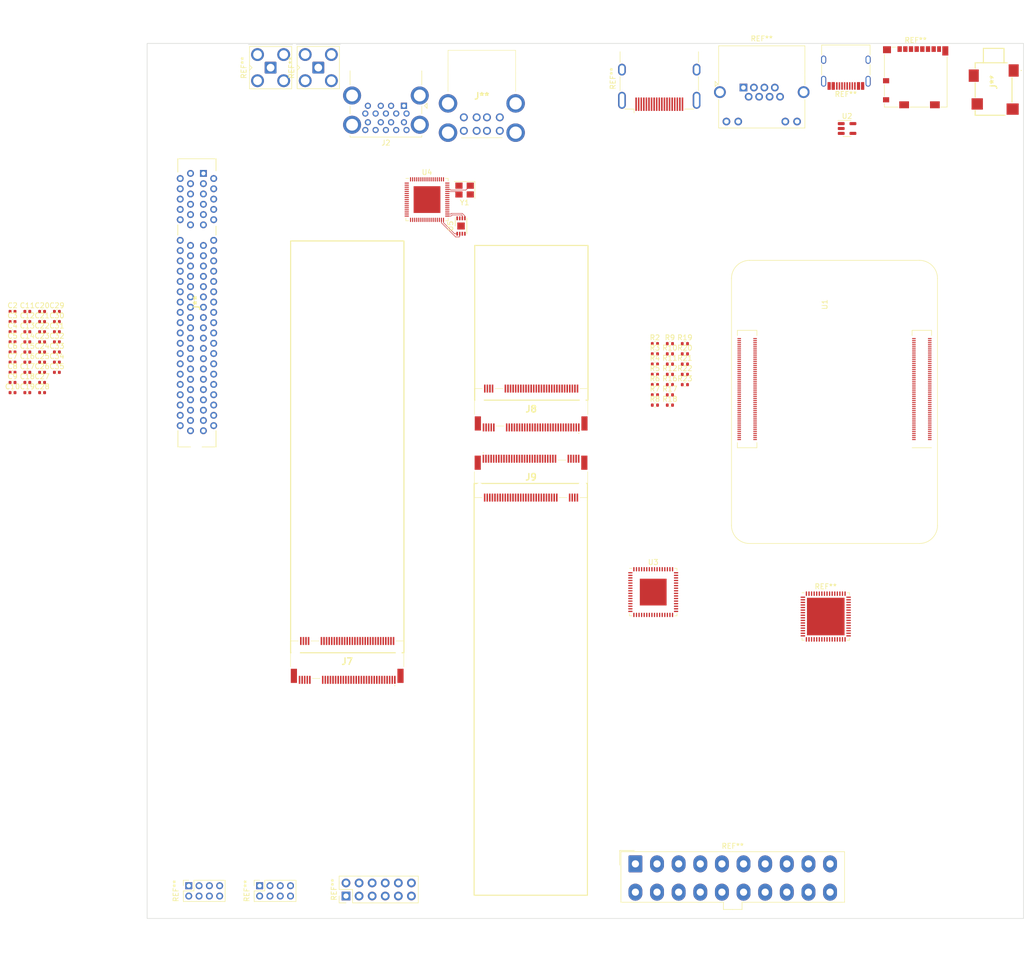
<source format=kicad_pcb>
(kicad_pcb (version 20221018) (generator pcbnew)
  (layers (0 "F.Cu" signal) (31 "B.Cu" signal) (34 "B.Paste" user) (35 "F.Paste" user) (36 "B.SilkS" user "B.Silkscreen") (37 "F.SilkS" user "F.Silkscreen") (38 "B.Mask" user) (39 "F.Mask" user) (44 "Edge.Cuts" user))
  (net 0 "")
  (net 1 "+1V2")
  (net 2 "GND")
  (net 3 "+3V3")
  (net 4 "/PCIe1_TX_P")
  (net 5 "Net-(U3-TXP_1)")
  (net 6 "/PCIe1_TX_N")
  (net 7 "Net-(U3-TXN_1)")
  (net 8 "/PCIe2_TX_P")
  (net 9 "Net-(U3-TXP_2)")
  (net 10 "/PCIe2_TX_N")
  (net 11 "Net-(U3-TXN_2)")
  (net 12 "/PCIe3_TX_P")
  (net 13 "Net-(U3-TXP_3)")
  (net 14 "/PCIe3_TX_N")
  (net 15 "Net-(U3-TXN_3)")
  (net 16 "/PCIe4_TX_P")
  (net 17 "Net-(U3-TXP_4)")
  (net 18 "/PCIe4_TX_N")
  (net 19 "Net-(U3-TXN_4)")
  (net 20 "/PCIe_IN_RX_P")
  (net 21 "Net-(U3-TXP_IN)")
  (net 22 "/PCIe_IN_RX_N")
  (net 23 "Net-(U3-TXN_IN)")
  (net 24 "/PCIe_CLK_REQ")
  (net 25 "/PCIe4_RX_N")
  (net 26 "Net-(U4-PE_TXP)")
  (net 27 "/PCIe4_RX_P")
  (net 28 "Net-(U4-PE_TXN)")
  (net 29 "Net-(U4-XO)")
  (net 30 "Net-(U4-XI)")
  (net 31 "+5V")
  (net 32 "/USB2_D1-")
  (net 33 "/USB2_D1+")
  (net 34 "/USB3_TX1-")
  (net 35 "/USB3_TX1+")
  (net 36 "/USB3_RX1-")
  (net 37 "/USB3_RX1+")
  (net 38 "/USB2_D2-")
  (net 39 "/USB2_D2+")
  (net 40 "/USB3_TX2-")
  (net 41 "/USB3_TX2+")
  (net 42 "/USB3_RX2-")
  (net 43 "/USB3_RX2+")
  (net 44 "Net-(J7-GND-Pad1)")
  (net 49 "/PCIe1_LED")
  (net 71 "/PCIe1_RX_N")
  (net 73 "/PCIe1_RX_P")
  (net 77 "/PCIe_RST_M2")
  (net 78 "Net-(J7-~{CLKREQ})")
  (net 79 "/PCIe1_CLK_N")
  (net 81 "/PCIe1_CLK_P")
  (net 87 "Net-(J8-GND-Pad1)")
  (net 90 "/PCIe2_LED")
  (net 111 "/PCIe2_RX_P")
  (net 113 "/PCIe2_RX_N")
  (net 116 "/PCIe2_CLK_P")
  (net 118 "/PCIe2_CLK_N")
  (net 120 "Net-(J8-~{CLKREQ0})")
  (net 130 "Net-(J9-GND-Pad1)")
  (net 135 "/PCIe3_LED")
  (net 157 "/PCIe3_RX_N")
  (net 159 "/PCIe3_RX_P")
  (net 163 "Net-(J9-~{CLKREQ})")
  (net 164 "/PCIe3_CLK_N")
  (net 166 "/PCIe3_CLK_P")
  (net 172 "Net-(U3-GPIO_4)")
  (net 173 "Net-(U3-GPIO_2)")
  (net 174 "Net-(U3-GPIO_1)")
  (net 175 "Net-(U3-GPIO_6)")
  (net 176 "Net-(U3-GPIO_5)")
  (net 177 "Net-(U3-TEST_EN)")
  (net 178 "Net-(U3-GPIO_7)")
  (net 179 "Net-(U3-GPIO_3)")
  (net 180 "Net-(U3-REXT1)")
  (net 181 "Net-(U3-GPIO_0)")
  (net 182 "Net-(U3-REXT2)")
  (net 183 "Net-(U4-SSREXT)")
  (net 184 "Net-(U4-~{USBHOC1})")
  (net 185 "Net-(U5-IO2)")
  (net 186 "/HDMI_SCL")
  (net 187 "/HDMI_SDA")
  (net 188 "Net-(U1B-GND-Pad108)")
  (net 189 "Net-(U1B-GND-Pad107)")
  (net 194 "/HDMI_CLK_N")
  (net 196 "/HDMI_CLK_P")
  (net 198 "/HDMI_D0_N")
  (net 200 "/HDMI_D0_P")
  (net 202 "/HDMI_D1_N")
  (net 204 "/HDMI_D1_P")
  (net 206 "/HDMI_D2_N")
  (net 208 "/HDMI_D2_P")
  (net 219 "/HDMI_HOTPLUG")
  (net 221 "/HDMI_CEC")
  (net 240 "/PCIe_IN_TX_N")
  (net 242 "/PCIe_IN_TX_P")
  (net 246 "/PCIe_IN_CLK_N")
  (net 248 "/PCIe_IN_CLK_P")
  (net 254 "/PCIe_IN_CLK_nREQ")
  (net 278 "/SD_DAT2")
  (net 280 "/SD_DAT1")
  (net 282 "/SD_DAT0")
  (net 283 "/SD_CMD")
  (net 284 "/SD_DAT3")
  (net 286 "/SD_CLK")
  (net 329 "/SD_VDD")
  (net 331 "Net-(U2-~{EN})")
  (net 332 "/PCIe_RST")
  (net 335 "/PCIe4_CLK_P")
  (net 336 "/PCIe4_CLK_N")
  (net 337 "/USB3_TX3+")
  (net 338 "/USB_TX3-")
  (net 339 "+1V1")
  (net 340 "/USB3_RX3+")
  (net 341 "/USB3_RX3-")
  (net 342 "/USB2_D3+")
  (net 343 "/USB2_D3-")
  (net 344 "/USB3_TX4+")
  (net 345 "/USB3_TX4-")
  (net 346 "/USB3_RX4+")
  (net 347 "/USB3_RX4-")
  (net 348 "/USB2_D4+")
  (net 349 "/USB2_D4-")
  (net 350 "Net-(U4-SPI_DO)")
  (net 351 "Net-(U4-SPI_CS)")
  (net 352 "Net-(U4-SPI_CLK)")
  (net 353 "Net-(U4-SPI_DI)")
  (footprint "Capacitor_SMD:C_0402_1005Metric" (layer "F.Cu") (at 100.74 119.64)
    (fp_text reference "C22")
    (fp_text value "100nF")
  )
  (footprint "Capacitor_SMD:C_0402_1005Metric" (layer "F.Cu") (at 103.61 123.58)
    (fp_text reference "C33")
    (fp_text value "18pF")
  )
  (footprint "Resistor_SMD:R_0402_1005Metric" (layer "F.Cu") (at 219.73 127.92)
    (fp_text reference "R5")
    (fp_text value "1K")
  )
  (footprint "Resistor_SMD:R_0402_1005Metric" (layer "F.Cu") (at 219.73 133.89)
    (fp_text reference "R8")
    (fp_text value "10K")
  )
  (footprint "Resistor_SMD:R_0402_1005Metric" (layer "F.Cu") (at 225.55 125.93)
    (fp_text reference "R21")
    (fp_text value "6.04K")
  )
  (footprint "Capacitor_SMD:C_0402_1005Metric" (layer "F.Cu") (at 97.87 115.7)
    (fp_text reference "C11")
    (fp_text value "100nF")
  )
  (footprint "pcie:1001878310102TLF" (layer "F.Cu") (at 132.06 88.87 -90)
    (fp_text reference "J**")
    (fp_text value "1001878310102TLF" hide)
  )
  (footprint "Resistor_SMD:R_0402_1005Metric" (layer "F.Cu") (at 225.55 129.91)
    (fp_text reference "R23")
    (fp_text value "10K")
  )
  (footprint "Connector_Molex:Molex_Mini-Fit_Jr_5566-20A_2x10_P4.20mm_Vertical" (layer "F.Cu") (at 215.94 223.01)
    (fp_text reference "REF**")
    (fp_text value "Molex_Mini-Fit_Jr_5566-20A_2x10_P4.20mm_Vertical")
  )
  (footprint "m.2_m:MDT275M02001" (layer "F.Cu") (at 195.7 132.95 180)
    (fp_text reference "J8")
    (fp_text value "Bus_M.2_Socket_ECHANGEFOOTPRINT" hide)
  )
  (footprint "Package_DFN_QFN:DFN-8-1EP_3x2mm_P0.5mm_EP1.36x1.46mm" (layer "F.Cu") (at 182.085 99.095 90)
    (fp_text reference "U5")
    (fp_text value "W25Q32JVZP")
  )
  (footprint "m.2_m:MDT275M02001" (layer "F.Cu") (at 195.675 149.575)
    (fp_text reference "J9")
    (fp_text value "Bus_M.2_Socket_M" hide)
  )
  (footprint "Capacitor_SMD:C_0402_1005Metric" (layer "F.Cu") (at 100.74 115.7)
    (fp_text reference "C20")
    (fp_text value "100nF")
  )
  (footprint "Connector_Card:microSD_HC_Molex_104031-0811" (layer "F.Cu") (at 270.36 70.17)
    (fp_text reference "REF**")
    (fp_text value "microSD_HC_Molex_104031-0811")
  )
  (footprint "Capacitor_SMD:C_0402_1005Metric" (layer "F.Cu") (at 95 119.64)
    (fp_text reference "C4")
    (fp_text value "100nF")
  )
  (footprint "Resistor_SMD:R_0402_1005Metric" (layer "F.Cu") (at 222.64 125.93)
    (fp_text reference "R11")
    (fp_text value "10K")
  )
  (footprint "Capacitor_SMD:C_0402_1005Metric" (layer "F.Cu") (at 97.87 125.55)
    (fp_text reference "C16")
    (fp_text value "100nF")
  )
  (footprint "Capacitor_SMD:C_0402_1005Metric" (layer "F.Cu") (at 103.61 121.61)
    (fp_text reference "C32")
    (fp_text value "100nF")
  )
  (footprint "Package_DFN_QFN:QFN-64-1EP_9x9mm_P0.5mm_EP5.2x5.2mm" (layer "F.Cu") (at 219.4 170.21)
    (fp_text reference "U3")
    (fp_text value "ASM1184")
  )
  (footprint "Capacitor_SMD:C_0402_1005Metric" (layer "F.Cu") (at 97.87 127.52)
    (fp_text reference "C17")
    (fp_text value "100nF")
  )
  (footprint "Resistor_SMD:R_0402_1005Metric" (layer "F.Cu") (at 222.64 121.95)
    (fp_text reference "R9")
    (fp_text value "10K")
  )
  (footprint "Capacitor_SMD:C_0402_1005Metric" (layer "F.Cu") (at 95 117.67)
    (fp_text reference "C3")
    (fp_text value "100nF")
  )
  (footprint "Resistor_SMD:R_0402_1005Metric" (layer "F.Cu") (at 222.64 129.91)
    (fp_text reference "R16")
    (fp_text value "10K")
  )
  (footprint "Capacitor_SMD:C_0402_1005Metric" (layer "F.Cu") (at 95 121.61)
    (fp_text reference "C5")
    (fp_text value "100nF")
  )
  (footprint "Capacitor_SMD:C_0402_1005Metric" (layer "F.Cu") (at 103.61 115.7)
    (fp_text reference "C29")
    (fp_text value "100nF")
  )
  (footprint "Resistor_SMD:R_0402_1005Metric" (layer "F.Cu") (at 222.64 131.9)
    (fp_text reference "R17")
    (fp_text value "10K")
  )
  (footprint "Package_TO_SOT_SMD:TSOT-23-5" (layer "F.Cu") (at 257.0425 80.15)
    (fp_text reference "U2")
    (fp_text value "RT9742BNGJ5F")
  )
  (footprint "Capacitor_SMD:C_0402_1005Metric" (layer "F.Cu") (at 100.74 127.52)
    (fp_text reference "C26")
    (fp_text value "100nF")
  )
  (footprint "Resistor_SMD:R_0402_1005Metric" (layer "F.Cu") (at 219.73 125.93)
    (fp_text reference "R4")
    (fp_text value "10K")
  )
  (footprint "Crystal:Crystal_SMD_3225-4Pin_3.2x2.5mm" (layer "F.Cu") (at 182.78 92.11 180)
    (fp_text reference "Y1")
    (fp_text value "25Mhz")
  )
  (footprint "Connector_Coaxial:SMA_Amphenol_901-143_Horizontal" (layer "F.Cu") (at 145.11 68.33)
    (fp_text reference "REF**")
    (fp_text value "SMA_Amphenol_901-143_Horizontal")
    (fp_line (start 4.3 -4.5) (end -4.3 -4.5) (stroke (width 0.1)) (layer "Edge.Cuts"))
  )
  (footprint "Resistor_SMD:R_0402_1005Metric" (layer "F.Cu") (at 225.55 121.95)
    (fp_text reference "R19")
    (fp_text value "10K")
  )
  (footprint "Capacitor_SMD:C_0402_1005Metric" (layer "F.Cu") (at 100.74 129.49)
    (fp_text reference "C27")
    (fp_text value "100nF")
  )
  (footprint "Capacitor_SMD:C_0402_1005Metric" (layer "F.Cu") (at 100.74 131.46)
    (fp_text reference "C28")
    (fp_text value "100nF")
  )
  (footprint "RPi_Compute_Module_4:Raspberry-Pi-4-Compute-Module" (layer "F.Cu") (at 254.6 130.77 180)
    (fp_text reference "U1")
    (fp_text value "Compute_Module_4_Connectors")
  )
  (footprint "Resistor_SMD:R_0402_1005Metric" (layer "F.Cu") (at 225.55 123.94)
    (fp_text reference "R20")
    (fp_text value "4.7K")
  )
  (footprint "Capacitor_SMD:C_0402_1005Metric" (layer "F.Cu") (at 97.87 119.64)
    (fp_text reference "C13")
    (fp_text value "100nF")
  )
  (footprint "Resistor_SMD:R_0402_1005Metric" (layer "F.Cu") (at 222.64 133.89)
    (fp_text reference "R18")
    (fp_text value "DNP")
  )
  (footprint "Resistor_SMD:R_0402_1005Metric" (layer "F.Cu") (at 222.64 123.94)
    (fp_text reference "R10")
    (fp_text value "12.1K")
  )
  (footprint "Resistor_SMD:R_0402_1005Metric" (layer "F.Cu") (at 225.55 127.92)
    (fp_text reference "R22")
    (fp_text value "15K")
  )
  (footprint "Resistor_SMD:R_0402_1005Metric" (layer "F.Cu") (at 219.73 129.91)
    (fp_text reference "R6")
    (fp_text value "10K")
  )
  (footprint "Capacitor_SMD:C_0402_1005Metric" (layer "F.Cu") (at 100.74 123.58)
    (fp_text reference "C24")
    (fp_text value "100nF")
  )
  (footprint "Capacitor_SMD:C_0402_1005Metric" (layer "F.Cu") (at 103.61 119.64)
    (fp_text reference "C31")
    (fp_text value "100nF")
  )
  (footprint "Capacitor_SMD:C_0402_1005Metric" (layer "F.Cu") (at 95 131.46)
    (fp_text reference "C10")
    (fp_text value "100nF")
  )
  (footprint "Capacitor_SMD:C_0402_1005Metric" (layer "F.Cu") (at 97.87 117.67)
    (fp_text reference "C12")
    (fp_text value "100nF")
  )
  (footprint "Connector_USB:USB3_A_Molex_48406-0001_Horizontal_Stacked" (layer "F.Cu") (at 171.000001 75.74 180)
    (fp_text reference "J2")
    (fp_text value "USB3_A_Stacked")
  )
  (footprint "Package_DFN_QFN:QFN-64-1EP_9x9mm_P0.5mm_EP7.3x7.3mm" (layer "F.Cu") (at 252.9 174.96)
    (fp_text reference "REF**")
    (fp_text value "QFN-64-1EP_9x9mm_P0.5mm_EP7.3x7.3mm")
  )
  (footprint "2.5mmjack:SJ22524ASMTTR" (layer "F.Cu") (at 285.515 72.48 -90)
    (fp_text reference "J**")
    (fp_text value "SJ22524ASMTTR" hide)
  )
  (footprint "Resistor_SMD:R_0402_1005Metric" (layer "F.Cu") (at 219.73 123.94)
    (fp_text reference "R3")
    (fp_text value "1K")
  )
  (footprint "Capacitor_SMD:C_0402_1005Metric" (layer "F.Cu") (at 95 127.52)
    (fp_text reference "C8")
    (fp_text value "100nF")
  )
  (footprint "Capacitor_SMD:C_0402_1005Metric" (layer "F.Cu") (at 95 115.7)
    (fp_text reference "C2")
    (fp_text value "100nF")
  )
  (footprint "Capacitor_SMD:C_0402_1005Metric" (layer "F.Cu") (at 103.61 125.55)
    (fp_text reference "C34")
    (fp_text value "18pF")
  )
  (footprint "Capacitor_SMD:C_0402_1005Metric" (layer "F.Cu") (at 97.87 131.46)
    (fp_text reference "C19")
    (fp_text value "100nF")
  )
  (footprint "Capacitor_SMD:C_0402_1005Metric" (layer "F.Cu") (at 103.61 127.52)
    (fp_text reference "C35")
    (fp_text value "100nF")
  )
  (footprint "USB-A-double2.0:8964300890000000" (layer "F.Cu") (at 189.6105 80.599 180)
    (fp_text reference "J**")
    (fp_text value "8964300890000000" hide)
  )
  (footprint "Package_DFN_QFN:QFN-68-1EP_8x8mm_P0.4mm_EP5.2x5.2mm" (layer "F.Cu") (at 175.48 93.96)
    (fp_text reference "U4")
    (fp_text value "VL805")
  )
  (footprint "Capacitor_SMD:C_0402_1005Metric" (layer "F.Cu") (at 100.74 121.61)
    (fp_text reference "C23")
    (fp_text value "100nF")
  )
  (footprint "Capacitor_SMD:C_0402_1005Metric" (layer "F.Cu") (at 97.87 123.58)
    (fp_text reference "C15")
    (fp_text value "100nF")
  )
  (footprint "Connector_PinSocket_2.00mm:PinSocket_2x04_P2.00mm_Vertical" (layer "F.Cu") (at 129.22 227.26 90)
    (fp_text reference "REF**")
    (fp_text value "PinSocket_2x04_P2.00mm_Vertical")
  )
  (footprint "Capacitor_SMD:C_0402_1005Metric" (layer "F.Cu") (at 103.61 117.67)
    (fp_text reference "C30")
    (fp_text value "1uF")
  )
  (footprint "Resistor_SMD:R_0402_1005Metric" (layer "F.Cu") (at 222.64 127.92)
    (fp_text reference "R12")
    (fp_text value "12.1K")
  )
  (footprint "Connector_PinSocket_2.00mm:PinSocket_2x04_P2.00mm_Vertical" (layer "F.Cu") (at 142.98 227.26 90)
    (fp_text reference "REF**")
    (fp_text value "PinSocket_2x04_P2.00mm_Vertical")
  )
  (footprint "m.2_m:MDT275M02001" (layer "F.Cu") (at 159.98 181.985 180)
    (fp_text reference "J7")
    (fp_text value "Bus_M.2_Socket_M" hide)
  )
  (footprint "Connector_PinHeader_2.54mm:PinHeader_2x06_P2.54mm_Vertical" (layer "F.Cu") (at 159.75 229.26 90)
    (fp_text reference "REF**")
    (fp_text value "PinHeader_2x06_P2.54mm_Vertical")
  )
  (footprint "Resistor_SMD:R_0402_1005Metric" (layer "F.Cu") (at 219.73 131.9)
    (fp_text reference "R7")
    (fp_text value "1K")
  )
  (footprint "Connector_RJ:RJ45_Amphenol_RJHSE538X" (layer "F.Cu") (at 236.92 72.195)
    (fp_text reference "REF**")
    (fp_text value "RJ45_Amphenol_RJHSE538X")
  )
  (footprint "Capacitor_SMD:C_0402_1005Metric" (layer "F.Cu") (at 100.74 117.67)
    (fp_text reference "C21")
    (fp_text value "100nF")
  )
  (footprint "Connector_USB:USB_C_Receptacle_HRO_TYPE-C-31-M-12" (layer "F.Cu") (at 256.81 67.84 180)
    (fp_text reference "REF**")
    (fp_text value "USB_C_Receptacle_HRO_TYPE-C-31-M-12")
  )
  (footprint "Capacitor_SMD:C_0402_1005Metric" (layer "F.Cu") (at 97.87 129.49)
    (fp_text reference "C18")
    (fp_text value "100nF")
  )
  (footprint "Connector_HDMI:HDMI_A_Molex_208658-1001_Horizontal" (layer "F.Cu") (at 220.58 72.145 90)
    (fp_text reference "REF**")
    (fp_text value "HDMI_A_Molex_208658-1001_Horizontal")
  )
  (footprint "Resistor_SMD:R_0402_1005Metric" (layer "F.Cu") (at 219.73 121.95)
    (fp_text reference "R2")
    (fp_text value "1K")
  )
  (footprint "Capacitor_SMD:C_0402_1005Metric" (layer "F.Cu") (at 95 129.49)
    (fp_text reference "C9")
    (fp_text value "100nF")
  )
  (footprint "Connector_Coaxial:SMA_Amphenol_901-143_Horizontal" (layer "F.Cu") (at 154.37 68.32)
    (fp_text reference "REF**")
    (fp_text value "SMA_Amphenol_901-143_Horizontal")
    (fp_line (start 4.3 -4.5) (end -4.3 -4.5) (stroke (width 0.1)) (layer "Edge.Cuts"))
  )
  (footprint "Capacitor_SMD:C_0402_1005Metric" (layer "F.Cu") (at 97.87 121.61)
    (fp_text reference "C14")
    (fp_text value "100nF")
  )
  (footprint "Capacitor_SMD:C_0402_1005Metric" (layer "F.Cu") (at 95 123.58)
    (fp_text reference "C6")
    (fp_text value "100nF")
  )
  (footprint "Capacitor_SMD:C_0402_1005Metric" (layer "F.Cu") (at 100.74 125.55)
    (fp_text reference "C25")
    (fp_text value "100nF")
  )
  (footprint "Capacitor_SMD:C_0402_1005Metric" (layer "F.Cu") (at 95 125.55)
    (fp_text reference "C7")
    (fp_text value "100nF")
  )
  (gr_rect (start 184.74 102.87) (end 206.74 132.92) (stroke (width 0.2)) (fill none) (layer "F.SilkS"))
  (gr_rect (start 149 102) (end 171 182) (stroke (width 0.2)) (fill none) (layer "F.SilkS"))
  (gr_rect (start 184.625 149.11) (end 206.625 229.11) (stroke (width 0.2)) (fill none) (layer "F.SilkS"))
  (gr_rect (start 121.13 63.62) (end 291.31 233.62) (stroke (width 0.1)) (fill none) (layer "Edge.Cuts"))
  (segment (start 179.4175 91.96) (end 179.92 91.96) (width 0.1) (layer "F.Cu") (net 29))
  (segment (start 180.07 92.11) (end 183.03 92.11) (width 0.1) (layer "F.Cu") (net 29))
  (segment (start 183.03 92.11) (end 183.88 91.26) (width 0.1) (layer "F.Cu") (net 29))
  (segment (start 179.92 91.96) (end 180.07 92.11) (width 0.1) (layer "F.Cu") (net 29))
  (segment (start 181.68 92.96) (end 181.13 92.41) (width 0.1) (layer "F.Cu") (net 30))
  (segment (start 179.4675 92.41) (end 179.4175 92.36) (width 0.1) (layer "F.Cu") (net 30))
  (segment (start 181.13 92.41) (end 179.4675 92.41) (width 0.1) (layer "F.Cu") (net 30))
  (segment (start 181.735 101.22) (end 181.03 101.22) (width 0.1) (layer "F.Cu") (net 350))
  (segment (start 181.03 101.22) (end 178.28 98.47) (width 0.1) (layer "F.Cu") (net 350))
  (segment (start 181.835 101.12) (end 181.735 101.22) (width 0.1) (layer "F.Cu") (net 350))
  (segment (start 181.835 100.595) (end 181.835 101.12) (width 0.1) (layer "F.Cu") (net 350))
  (segment (start 178.28 98.47) (end 178.28 97.8975) (width 0.1) (layer "F.Cu") (net 350))
  (segment (start 180.829264 100.595) (end 178.68 98.445736) (width 0.1) (layer "F.Cu") (net 351))
  (segment (start 178.68 98.445736) (end 178.68 97.8975) (width 0.1) (layer "F.Cu") (net 351))
  (segment (start 181.335 100.595) (end 180.829264 100.595) (width 0.1) (layer "F.Cu") (net 351))
  (segment (start 180.36 96.95) (end 180.15 97.16) (width 0.1) (layer "F.Cu") (net 352))
  (segment (start 182.215 96.95) (end 180.36 96.95) (width 0.1) (layer "F.Cu") (net 352))
  (segment (start 182.335 97.595) (end 182.335 97.07) (width 0.1) (layer "F.Cu") (net 352))
  (segment (start 182.335 97.07) (end 182.215 96.95) (width 0.1) (layer "F.Cu") (net 352))
  (segment (start 180.15 97.16) (end 179.4175 97.16) (width 0.1) (layer "F.Cu") (net 352))
  (segment (start 182.835 97.145736) (end 182.339264 96.65) (width 0.1) (layer "F.Cu") (net 353))
  (segment (start 180.235736 96.65) (end 180.125736 96.76) (width 0.1) (layer "F.Cu") (net 353))
  (segment (start 182.835 97.595) (end 182.835 97.145736) (width 0.1) (layer "F.Cu") (net 353))
  (segment (start 180.125736 96.76) (end 179.4175 96.76) (width 0.1) (layer "F.Cu") (net 353))
  (segment (start 182.339264 96.65) (end 180.235736 96.65) (width 0.1) (layer "F.Cu") (net 353))
)
</source>
